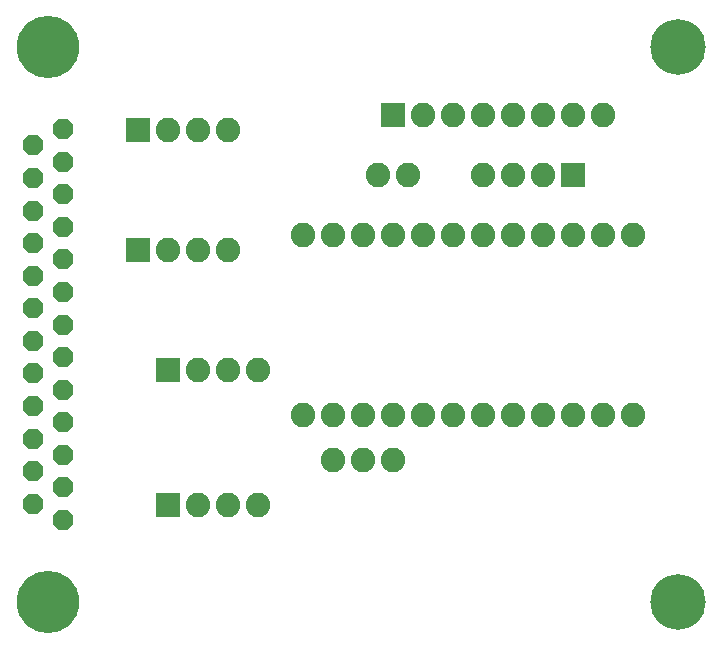
<source format=gts>
G75*
%MOIN*%
%OFA0B0*%
%FSLAX25Y25*%
%IPPOS*%
%LPD*%
%AMOC8*
5,1,8,0,0,1.08239X$1,22.5*
%
%ADD10R,0.08200X0.08200*%
%ADD11C,0.08200*%
%ADD12OC8,0.06800*%
%ADD13C,0.20800*%
%ADD14C,0.18517*%
D10*
X0110300Y0060950D03*
X0110300Y0105950D03*
X0100300Y0145950D03*
X0100300Y0185950D03*
X0185300Y0190950D03*
X0245300Y0170950D03*
D11*
X0235300Y0170950D03*
X0225300Y0170950D03*
X0215300Y0170950D03*
X0215300Y0150950D03*
X0205300Y0150950D03*
X0195300Y0150950D03*
X0185300Y0150950D03*
X0175300Y0150950D03*
X0165300Y0150950D03*
X0155300Y0150950D03*
X0130300Y0145950D03*
X0120300Y0145950D03*
X0110300Y0145950D03*
X0110300Y0185950D03*
X0120300Y0185950D03*
X0130300Y0185950D03*
X0180300Y0170950D03*
X0190300Y0170950D03*
X0195300Y0190950D03*
X0205300Y0190950D03*
X0215300Y0190950D03*
X0225300Y0190950D03*
X0235300Y0190950D03*
X0245300Y0190950D03*
X0255300Y0190950D03*
X0255300Y0150950D03*
X0245300Y0150950D03*
X0235300Y0150950D03*
X0225300Y0150950D03*
X0265300Y0150950D03*
X0265300Y0090950D03*
X0255300Y0090950D03*
X0245300Y0090950D03*
X0235300Y0090950D03*
X0225300Y0090950D03*
X0215300Y0090950D03*
X0205300Y0090950D03*
X0195300Y0090950D03*
X0185300Y0090950D03*
X0175300Y0090950D03*
X0165300Y0090950D03*
X0155300Y0090950D03*
X0165300Y0075950D03*
X0175300Y0075950D03*
X0185300Y0075950D03*
X0140300Y0060950D03*
X0130300Y0060950D03*
X0120300Y0060950D03*
X0120300Y0105950D03*
X0130300Y0105950D03*
X0140300Y0105950D03*
D12*
X0075300Y0110050D03*
X0065300Y0104650D03*
X0075300Y0099250D03*
X0065300Y0093750D03*
X0075300Y0088350D03*
X0065300Y0082950D03*
X0075300Y0077450D03*
X0065300Y0072050D03*
X0075300Y0066650D03*
X0065300Y0061150D03*
X0075300Y0055750D03*
X0065300Y0115550D03*
X0075300Y0120950D03*
X0065300Y0126350D03*
X0075300Y0131850D03*
X0065300Y0137250D03*
X0075300Y0142650D03*
X0065300Y0148150D03*
X0075300Y0153550D03*
X0065300Y0158950D03*
X0075300Y0164450D03*
X0065300Y0169850D03*
X0075300Y0175250D03*
X0065300Y0180750D03*
X0075300Y0186150D03*
D13*
X0070300Y0028350D03*
X0070300Y0213550D03*
D14*
X0280300Y0213450D03*
X0280300Y0028450D03*
M02*

</source>
